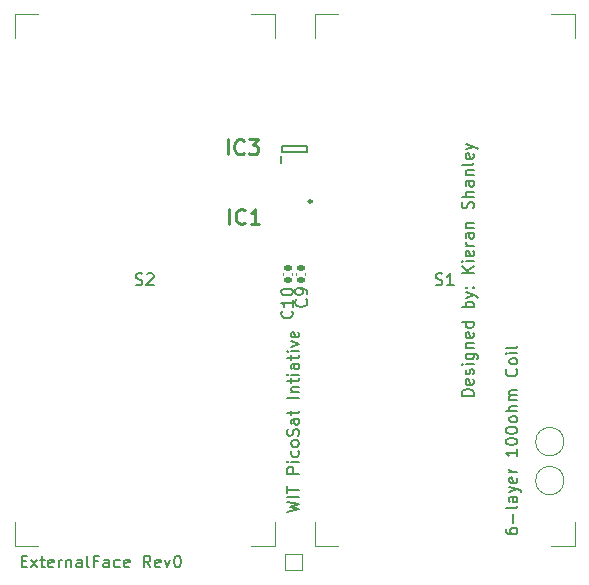
<source format=gto>
G04 #@! TF.GenerationSoftware,KiCad,Pcbnew,(6.0.1)*
G04 #@! TF.CreationDate,2023-05-09T20:22:02-04:00*
G04 #@! TF.ProjectId,ExternalFaces,45787465-726e-4616-9c46-616365732e6b,rev?*
G04 #@! TF.SameCoordinates,Original*
G04 #@! TF.FileFunction,Legend,Top*
G04 #@! TF.FilePolarity,Positive*
%FSLAX46Y46*%
G04 Gerber Fmt 4.6, Leading zero omitted, Abs format (unit mm)*
G04 Created by KiCad (PCBNEW (6.0.1)) date 2023-05-09 20:22:02*
%MOMM*%
%LPD*%
G01*
G04 APERTURE LIST*
G04 Aperture macros list*
%AMRoundRect*
0 Rectangle with rounded corners*
0 $1 Rounding radius*
0 $2 $3 $4 $5 $6 $7 $8 $9 X,Y pos of 4 corners*
0 Add a 4 corners polygon primitive as box body*
4,1,4,$2,$3,$4,$5,$6,$7,$8,$9,$2,$3,0*
0 Add four circle primitives for the rounded corners*
1,1,$1+$1,$2,$3*
1,1,$1+$1,$4,$5*
1,1,$1+$1,$6,$7*
1,1,$1+$1,$8,$9*
0 Add four rect primitives between the rounded corners*
20,1,$1+$1,$2,$3,$4,$5,0*
20,1,$1+$1,$4,$5,$6,$7,0*
20,1,$1+$1,$6,$7,$8,$9,0*
20,1,$1+$1,$8,$9,$2,$3,0*%
G04 Aperture macros list end*
%ADD10C,0.150000*%
%ADD11C,0.254000*%
%ADD12C,0.250000*%
%ADD13C,0.120000*%
%ADD14C,0.200000*%
%ADD15R,0.350000X0.600000*%
%ADD16R,1.700000X1.100000*%
%ADD17RoundRect,0.140000X0.170000X-0.140000X0.170000X0.140000X-0.170000X0.140000X-0.170000X-0.140000X0*%
%ADD18R,0.300000X0.620000*%
%ADD19C,3.500000*%
%ADD20R,1.000000X1.000000*%
%ADD21C,2.000000*%
%ADD22R,0.850000X0.850000*%
%ADD23O,0.850000X0.850000*%
G04 APERTURE END LIST*
D10*
X129752380Y-115142857D02*
X130752380Y-114904761D01*
X130038095Y-114714285D01*
X130752380Y-114523809D01*
X129752380Y-114285714D01*
X130752380Y-113904761D02*
X129752380Y-113904761D01*
X129752380Y-113571428D02*
X129752380Y-113000000D01*
X130752380Y-113285714D02*
X129752380Y-113285714D01*
X130752380Y-111904761D02*
X129752380Y-111904761D01*
X129752380Y-111523809D01*
X129800000Y-111428571D01*
X129847619Y-111380952D01*
X129942857Y-111333333D01*
X130085714Y-111333333D01*
X130180952Y-111380952D01*
X130228571Y-111428571D01*
X130276190Y-111523809D01*
X130276190Y-111904761D01*
X130752380Y-110904761D02*
X130085714Y-110904761D01*
X129752380Y-110904761D02*
X129800000Y-110952380D01*
X129847619Y-110904761D01*
X129800000Y-110857142D01*
X129752380Y-110904761D01*
X129847619Y-110904761D01*
X130704761Y-110000000D02*
X130752380Y-110095238D01*
X130752380Y-110285714D01*
X130704761Y-110380952D01*
X130657142Y-110428571D01*
X130561904Y-110476190D01*
X130276190Y-110476190D01*
X130180952Y-110428571D01*
X130133333Y-110380952D01*
X130085714Y-110285714D01*
X130085714Y-110095238D01*
X130133333Y-110000000D01*
X130752380Y-109428571D02*
X130704761Y-109523809D01*
X130657142Y-109571428D01*
X130561904Y-109619047D01*
X130276190Y-109619047D01*
X130180952Y-109571428D01*
X130133333Y-109523809D01*
X130085714Y-109428571D01*
X130085714Y-109285714D01*
X130133333Y-109190476D01*
X130180952Y-109142857D01*
X130276190Y-109095238D01*
X130561904Y-109095238D01*
X130657142Y-109142857D01*
X130704761Y-109190476D01*
X130752380Y-109285714D01*
X130752380Y-109428571D01*
X130704761Y-108714285D02*
X130752380Y-108571428D01*
X130752380Y-108333333D01*
X130704761Y-108238095D01*
X130657142Y-108190476D01*
X130561904Y-108142857D01*
X130466666Y-108142857D01*
X130371428Y-108190476D01*
X130323809Y-108238095D01*
X130276190Y-108333333D01*
X130228571Y-108523809D01*
X130180952Y-108619047D01*
X130133333Y-108666666D01*
X130038095Y-108714285D01*
X129942857Y-108714285D01*
X129847619Y-108666666D01*
X129800000Y-108619047D01*
X129752380Y-108523809D01*
X129752380Y-108285714D01*
X129800000Y-108142857D01*
X130752380Y-107285714D02*
X130228571Y-107285714D01*
X130133333Y-107333333D01*
X130085714Y-107428571D01*
X130085714Y-107619047D01*
X130133333Y-107714285D01*
X130704761Y-107285714D02*
X130752380Y-107380952D01*
X130752380Y-107619047D01*
X130704761Y-107714285D01*
X130609523Y-107761904D01*
X130514285Y-107761904D01*
X130419047Y-107714285D01*
X130371428Y-107619047D01*
X130371428Y-107380952D01*
X130323809Y-107285714D01*
X130085714Y-106952380D02*
X130085714Y-106571428D01*
X129752380Y-106809523D02*
X130609523Y-106809523D01*
X130704761Y-106761904D01*
X130752380Y-106666666D01*
X130752380Y-106571428D01*
X130752380Y-105476190D02*
X129752380Y-105476190D01*
X130085714Y-105000000D02*
X130752380Y-105000000D01*
X130180952Y-105000000D02*
X130133333Y-104952380D01*
X130085714Y-104857142D01*
X130085714Y-104714285D01*
X130133333Y-104619047D01*
X130228571Y-104571428D01*
X130752380Y-104571428D01*
X130085714Y-104238095D02*
X130085714Y-103857142D01*
X129752380Y-104095238D02*
X130609523Y-104095238D01*
X130704761Y-104047619D01*
X130752380Y-103952380D01*
X130752380Y-103857142D01*
X130752380Y-103523809D02*
X130085714Y-103523809D01*
X129752380Y-103523809D02*
X129800000Y-103571428D01*
X129847619Y-103523809D01*
X129800000Y-103476190D01*
X129752380Y-103523809D01*
X129847619Y-103523809D01*
X130752380Y-102619047D02*
X130228571Y-102619047D01*
X130133333Y-102666666D01*
X130085714Y-102761904D01*
X130085714Y-102952380D01*
X130133333Y-103047619D01*
X130704761Y-102619047D02*
X130752380Y-102714285D01*
X130752380Y-102952380D01*
X130704761Y-103047619D01*
X130609523Y-103095238D01*
X130514285Y-103095238D01*
X130419047Y-103047619D01*
X130371428Y-102952380D01*
X130371428Y-102714285D01*
X130323809Y-102619047D01*
X130085714Y-102285714D02*
X130085714Y-101904761D01*
X129752380Y-102142857D02*
X130609523Y-102142857D01*
X130704761Y-102095238D01*
X130752380Y-102000000D01*
X130752380Y-101904761D01*
X130752380Y-101571428D02*
X130085714Y-101571428D01*
X129752380Y-101571428D02*
X129800000Y-101619047D01*
X129847619Y-101571428D01*
X129800000Y-101523809D01*
X129752380Y-101571428D01*
X129847619Y-101571428D01*
X130085714Y-101190476D02*
X130752380Y-100952380D01*
X130085714Y-100714285D01*
X130704761Y-99952380D02*
X130752380Y-100047619D01*
X130752380Y-100238095D01*
X130704761Y-100333333D01*
X130609523Y-100380952D01*
X130228571Y-100380952D01*
X130133333Y-100333333D01*
X130085714Y-100238095D01*
X130085714Y-100047619D01*
X130133333Y-99952380D01*
X130228571Y-99904761D01*
X130323809Y-99904761D01*
X130419047Y-100380952D01*
X145552380Y-105319047D02*
X144552380Y-105319047D01*
X144552380Y-105080952D01*
X144600000Y-104938095D01*
X144695238Y-104842857D01*
X144790476Y-104795238D01*
X144980952Y-104747619D01*
X145123809Y-104747619D01*
X145314285Y-104795238D01*
X145409523Y-104842857D01*
X145504761Y-104938095D01*
X145552380Y-105080952D01*
X145552380Y-105319047D01*
X145504761Y-103938095D02*
X145552380Y-104033333D01*
X145552380Y-104223809D01*
X145504761Y-104319047D01*
X145409523Y-104366666D01*
X145028571Y-104366666D01*
X144933333Y-104319047D01*
X144885714Y-104223809D01*
X144885714Y-104033333D01*
X144933333Y-103938095D01*
X145028571Y-103890476D01*
X145123809Y-103890476D01*
X145219047Y-104366666D01*
X145504761Y-103509523D02*
X145552380Y-103414285D01*
X145552380Y-103223809D01*
X145504761Y-103128571D01*
X145409523Y-103080952D01*
X145361904Y-103080952D01*
X145266666Y-103128571D01*
X145219047Y-103223809D01*
X145219047Y-103366666D01*
X145171428Y-103461904D01*
X145076190Y-103509523D01*
X145028571Y-103509523D01*
X144933333Y-103461904D01*
X144885714Y-103366666D01*
X144885714Y-103223809D01*
X144933333Y-103128571D01*
X145552380Y-102652380D02*
X144885714Y-102652380D01*
X144552380Y-102652380D02*
X144600000Y-102700000D01*
X144647619Y-102652380D01*
X144600000Y-102604761D01*
X144552380Y-102652380D01*
X144647619Y-102652380D01*
X144885714Y-101747619D02*
X145695238Y-101747619D01*
X145790476Y-101795238D01*
X145838095Y-101842857D01*
X145885714Y-101938095D01*
X145885714Y-102080952D01*
X145838095Y-102176190D01*
X145504761Y-101747619D02*
X145552380Y-101842857D01*
X145552380Y-102033333D01*
X145504761Y-102128571D01*
X145457142Y-102176190D01*
X145361904Y-102223809D01*
X145076190Y-102223809D01*
X144980952Y-102176190D01*
X144933333Y-102128571D01*
X144885714Y-102033333D01*
X144885714Y-101842857D01*
X144933333Y-101747619D01*
X144885714Y-101271428D02*
X145552380Y-101271428D01*
X144980952Y-101271428D02*
X144933333Y-101223809D01*
X144885714Y-101128571D01*
X144885714Y-100985714D01*
X144933333Y-100890476D01*
X145028571Y-100842857D01*
X145552380Y-100842857D01*
X145504761Y-99985714D02*
X145552380Y-100080952D01*
X145552380Y-100271428D01*
X145504761Y-100366666D01*
X145409523Y-100414285D01*
X145028571Y-100414285D01*
X144933333Y-100366666D01*
X144885714Y-100271428D01*
X144885714Y-100080952D01*
X144933333Y-99985714D01*
X145028571Y-99938095D01*
X145123809Y-99938095D01*
X145219047Y-100414285D01*
X145552380Y-99080952D02*
X144552380Y-99080952D01*
X145504761Y-99080952D02*
X145552380Y-99176190D01*
X145552380Y-99366666D01*
X145504761Y-99461904D01*
X145457142Y-99509523D01*
X145361904Y-99557142D01*
X145076190Y-99557142D01*
X144980952Y-99509523D01*
X144933333Y-99461904D01*
X144885714Y-99366666D01*
X144885714Y-99176190D01*
X144933333Y-99080952D01*
X145552380Y-97842857D02*
X144552380Y-97842857D01*
X144933333Y-97842857D02*
X144885714Y-97747619D01*
X144885714Y-97557142D01*
X144933333Y-97461904D01*
X144980952Y-97414285D01*
X145076190Y-97366666D01*
X145361904Y-97366666D01*
X145457142Y-97414285D01*
X145504761Y-97461904D01*
X145552380Y-97557142D01*
X145552380Y-97747619D01*
X145504761Y-97842857D01*
X144885714Y-97033333D02*
X145552380Y-96795238D01*
X144885714Y-96557142D02*
X145552380Y-96795238D01*
X145790476Y-96890476D01*
X145838095Y-96938095D01*
X145885714Y-97033333D01*
X145457142Y-96176190D02*
X145504761Y-96128571D01*
X145552380Y-96176190D01*
X145504761Y-96223809D01*
X145457142Y-96176190D01*
X145552380Y-96176190D01*
X144933333Y-96176190D02*
X144980952Y-96128571D01*
X145028571Y-96176190D01*
X144980952Y-96223809D01*
X144933333Y-96176190D01*
X145028571Y-96176190D01*
X145552380Y-94938095D02*
X144552380Y-94938095D01*
X145552380Y-94366666D02*
X144980952Y-94795238D01*
X144552380Y-94366666D02*
X145123809Y-94938095D01*
X145552380Y-93938095D02*
X144885714Y-93938095D01*
X144552380Y-93938095D02*
X144600000Y-93985714D01*
X144647619Y-93938095D01*
X144600000Y-93890476D01*
X144552380Y-93938095D01*
X144647619Y-93938095D01*
X145504761Y-93080952D02*
X145552380Y-93176190D01*
X145552380Y-93366666D01*
X145504761Y-93461904D01*
X145409523Y-93509523D01*
X145028571Y-93509523D01*
X144933333Y-93461904D01*
X144885714Y-93366666D01*
X144885714Y-93176190D01*
X144933333Y-93080952D01*
X145028571Y-93033333D01*
X145123809Y-93033333D01*
X145219047Y-93509523D01*
X145552380Y-92604761D02*
X144885714Y-92604761D01*
X145076190Y-92604761D02*
X144980952Y-92557142D01*
X144933333Y-92509523D01*
X144885714Y-92414285D01*
X144885714Y-92319047D01*
X145552380Y-91557142D02*
X145028571Y-91557142D01*
X144933333Y-91604761D01*
X144885714Y-91700000D01*
X144885714Y-91890476D01*
X144933333Y-91985714D01*
X145504761Y-91557142D02*
X145552380Y-91652380D01*
X145552380Y-91890476D01*
X145504761Y-91985714D01*
X145409523Y-92033333D01*
X145314285Y-92033333D01*
X145219047Y-91985714D01*
X145171428Y-91890476D01*
X145171428Y-91652380D01*
X145123809Y-91557142D01*
X144885714Y-91080952D02*
X145552380Y-91080952D01*
X144980952Y-91080952D02*
X144933333Y-91033333D01*
X144885714Y-90938095D01*
X144885714Y-90795238D01*
X144933333Y-90700000D01*
X145028571Y-90652380D01*
X145552380Y-90652380D01*
X145504761Y-89461904D02*
X145552380Y-89319047D01*
X145552380Y-89080952D01*
X145504761Y-88985714D01*
X145457142Y-88938095D01*
X145361904Y-88890476D01*
X145266666Y-88890476D01*
X145171428Y-88938095D01*
X145123809Y-88985714D01*
X145076190Y-89080952D01*
X145028571Y-89271428D01*
X144980952Y-89366666D01*
X144933333Y-89414285D01*
X144838095Y-89461904D01*
X144742857Y-89461904D01*
X144647619Y-89414285D01*
X144600000Y-89366666D01*
X144552380Y-89271428D01*
X144552380Y-89033333D01*
X144600000Y-88890476D01*
X145552380Y-88461904D02*
X144552380Y-88461904D01*
X145552380Y-88033333D02*
X145028571Y-88033333D01*
X144933333Y-88080952D01*
X144885714Y-88176190D01*
X144885714Y-88319047D01*
X144933333Y-88414285D01*
X144980952Y-88461904D01*
X145552380Y-87128571D02*
X145028571Y-87128571D01*
X144933333Y-87176190D01*
X144885714Y-87271428D01*
X144885714Y-87461904D01*
X144933333Y-87557142D01*
X145504761Y-87128571D02*
X145552380Y-87223809D01*
X145552380Y-87461904D01*
X145504761Y-87557142D01*
X145409523Y-87604761D01*
X145314285Y-87604761D01*
X145219047Y-87557142D01*
X145171428Y-87461904D01*
X145171428Y-87223809D01*
X145123809Y-87128571D01*
X144885714Y-86652380D02*
X145552380Y-86652380D01*
X144980952Y-86652380D02*
X144933333Y-86604761D01*
X144885714Y-86509523D01*
X144885714Y-86366666D01*
X144933333Y-86271428D01*
X145028571Y-86223809D01*
X145552380Y-86223809D01*
X145552380Y-85604761D02*
X145504761Y-85700000D01*
X145409523Y-85747619D01*
X144552380Y-85747619D01*
X145504761Y-84842857D02*
X145552380Y-84938095D01*
X145552380Y-85128571D01*
X145504761Y-85223809D01*
X145409523Y-85271428D01*
X145028571Y-85271428D01*
X144933333Y-85223809D01*
X144885714Y-85128571D01*
X144885714Y-84938095D01*
X144933333Y-84842857D01*
X145028571Y-84795238D01*
X145123809Y-84795238D01*
X145219047Y-85271428D01*
X144885714Y-84461904D02*
X145552380Y-84223809D01*
X144885714Y-83985714D02*
X145552380Y-84223809D01*
X145790476Y-84319047D01*
X145838095Y-84366666D01*
X145885714Y-84461904D01*
X107285714Y-119328571D02*
X107619047Y-119328571D01*
X107761904Y-119852380D02*
X107285714Y-119852380D01*
X107285714Y-118852380D01*
X107761904Y-118852380D01*
X108095238Y-119852380D02*
X108619047Y-119185714D01*
X108095238Y-119185714D02*
X108619047Y-119852380D01*
X108857142Y-119185714D02*
X109238095Y-119185714D01*
X109000000Y-118852380D02*
X109000000Y-119709523D01*
X109047619Y-119804761D01*
X109142857Y-119852380D01*
X109238095Y-119852380D01*
X109952380Y-119804761D02*
X109857142Y-119852380D01*
X109666666Y-119852380D01*
X109571428Y-119804761D01*
X109523809Y-119709523D01*
X109523809Y-119328571D01*
X109571428Y-119233333D01*
X109666666Y-119185714D01*
X109857142Y-119185714D01*
X109952380Y-119233333D01*
X110000000Y-119328571D01*
X110000000Y-119423809D01*
X109523809Y-119519047D01*
X110428571Y-119852380D02*
X110428571Y-119185714D01*
X110428571Y-119376190D02*
X110476190Y-119280952D01*
X110523809Y-119233333D01*
X110619047Y-119185714D01*
X110714285Y-119185714D01*
X111047619Y-119185714D02*
X111047619Y-119852380D01*
X111047619Y-119280952D02*
X111095238Y-119233333D01*
X111190476Y-119185714D01*
X111333333Y-119185714D01*
X111428571Y-119233333D01*
X111476190Y-119328571D01*
X111476190Y-119852380D01*
X112380952Y-119852380D02*
X112380952Y-119328571D01*
X112333333Y-119233333D01*
X112238095Y-119185714D01*
X112047619Y-119185714D01*
X111952380Y-119233333D01*
X112380952Y-119804761D02*
X112285714Y-119852380D01*
X112047619Y-119852380D01*
X111952380Y-119804761D01*
X111904761Y-119709523D01*
X111904761Y-119614285D01*
X111952380Y-119519047D01*
X112047619Y-119471428D01*
X112285714Y-119471428D01*
X112380952Y-119423809D01*
X113000000Y-119852380D02*
X112904761Y-119804761D01*
X112857142Y-119709523D01*
X112857142Y-118852380D01*
X113714285Y-119328571D02*
X113380952Y-119328571D01*
X113380952Y-119852380D02*
X113380952Y-118852380D01*
X113857142Y-118852380D01*
X114666666Y-119852380D02*
X114666666Y-119328571D01*
X114619047Y-119233333D01*
X114523809Y-119185714D01*
X114333333Y-119185714D01*
X114238095Y-119233333D01*
X114666666Y-119804761D02*
X114571428Y-119852380D01*
X114333333Y-119852380D01*
X114238095Y-119804761D01*
X114190476Y-119709523D01*
X114190476Y-119614285D01*
X114238095Y-119519047D01*
X114333333Y-119471428D01*
X114571428Y-119471428D01*
X114666666Y-119423809D01*
X115571428Y-119804761D02*
X115476190Y-119852380D01*
X115285714Y-119852380D01*
X115190476Y-119804761D01*
X115142857Y-119757142D01*
X115095238Y-119661904D01*
X115095238Y-119376190D01*
X115142857Y-119280952D01*
X115190476Y-119233333D01*
X115285714Y-119185714D01*
X115476190Y-119185714D01*
X115571428Y-119233333D01*
X116380952Y-119804761D02*
X116285714Y-119852380D01*
X116095238Y-119852380D01*
X116000000Y-119804761D01*
X115952380Y-119709523D01*
X115952380Y-119328571D01*
X116000000Y-119233333D01*
X116095238Y-119185714D01*
X116285714Y-119185714D01*
X116380952Y-119233333D01*
X116428571Y-119328571D01*
X116428571Y-119423809D01*
X115952380Y-119519047D01*
X118190476Y-119852380D02*
X117857142Y-119376190D01*
X117619047Y-119852380D02*
X117619047Y-118852380D01*
X118000000Y-118852380D01*
X118095238Y-118900000D01*
X118142857Y-118947619D01*
X118190476Y-119042857D01*
X118190476Y-119185714D01*
X118142857Y-119280952D01*
X118095238Y-119328571D01*
X118000000Y-119376190D01*
X117619047Y-119376190D01*
X119000000Y-119804761D02*
X118904761Y-119852380D01*
X118714285Y-119852380D01*
X118619047Y-119804761D01*
X118571428Y-119709523D01*
X118571428Y-119328571D01*
X118619047Y-119233333D01*
X118714285Y-119185714D01*
X118904761Y-119185714D01*
X119000000Y-119233333D01*
X119047619Y-119328571D01*
X119047619Y-119423809D01*
X118571428Y-119519047D01*
X119380952Y-119185714D02*
X119619047Y-119852380D01*
X119857142Y-119185714D01*
X120428571Y-118852380D02*
X120523809Y-118852380D01*
X120619047Y-118900000D01*
X120666666Y-118947619D01*
X120714285Y-119042857D01*
X120761904Y-119233333D01*
X120761904Y-119471428D01*
X120714285Y-119661904D01*
X120666666Y-119757142D01*
X120619047Y-119804761D01*
X120523809Y-119852380D01*
X120428571Y-119852380D01*
X120333333Y-119804761D01*
X120285714Y-119757142D01*
X120238095Y-119661904D01*
X120190476Y-119471428D01*
X120190476Y-119233333D01*
X120238095Y-119042857D01*
X120285714Y-118947619D01*
X120333333Y-118900000D01*
X120428571Y-118852380D01*
X148252380Y-116576190D02*
X148252380Y-116766666D01*
X148300000Y-116861904D01*
X148347619Y-116909523D01*
X148490476Y-117004761D01*
X148680952Y-117052380D01*
X149061904Y-117052380D01*
X149157142Y-117004761D01*
X149204761Y-116957142D01*
X149252380Y-116861904D01*
X149252380Y-116671428D01*
X149204761Y-116576190D01*
X149157142Y-116528571D01*
X149061904Y-116480952D01*
X148823809Y-116480952D01*
X148728571Y-116528571D01*
X148680952Y-116576190D01*
X148633333Y-116671428D01*
X148633333Y-116861904D01*
X148680952Y-116957142D01*
X148728571Y-117004761D01*
X148823809Y-117052380D01*
X148871428Y-116052380D02*
X148871428Y-115290476D01*
X149252380Y-114671428D02*
X149204761Y-114766666D01*
X149109523Y-114814285D01*
X148252380Y-114814285D01*
X149252380Y-113861904D02*
X148728571Y-113861904D01*
X148633333Y-113909523D01*
X148585714Y-114004761D01*
X148585714Y-114195238D01*
X148633333Y-114290476D01*
X149204761Y-113861904D02*
X149252380Y-113957142D01*
X149252380Y-114195238D01*
X149204761Y-114290476D01*
X149109523Y-114338095D01*
X149014285Y-114338095D01*
X148919047Y-114290476D01*
X148871428Y-114195238D01*
X148871428Y-113957142D01*
X148823809Y-113861904D01*
X148585714Y-113480952D02*
X149252380Y-113242857D01*
X148585714Y-113004761D02*
X149252380Y-113242857D01*
X149490476Y-113338095D01*
X149538095Y-113385714D01*
X149585714Y-113480952D01*
X149204761Y-112242857D02*
X149252380Y-112338095D01*
X149252380Y-112528571D01*
X149204761Y-112623809D01*
X149109523Y-112671428D01*
X148728571Y-112671428D01*
X148633333Y-112623809D01*
X148585714Y-112528571D01*
X148585714Y-112338095D01*
X148633333Y-112242857D01*
X148728571Y-112195238D01*
X148823809Y-112195238D01*
X148919047Y-112671428D01*
X149252380Y-111766666D02*
X148585714Y-111766666D01*
X148776190Y-111766666D02*
X148680952Y-111719047D01*
X148633333Y-111671428D01*
X148585714Y-111576190D01*
X148585714Y-111480952D01*
X149252380Y-109861904D02*
X149252380Y-110433333D01*
X149252380Y-110147619D02*
X148252380Y-110147619D01*
X148395238Y-110242857D01*
X148490476Y-110338095D01*
X148538095Y-110433333D01*
X148252380Y-109242857D02*
X148252380Y-109147619D01*
X148300000Y-109052380D01*
X148347619Y-109004761D01*
X148442857Y-108957142D01*
X148633333Y-108909523D01*
X148871428Y-108909523D01*
X149061904Y-108957142D01*
X149157142Y-109004761D01*
X149204761Y-109052380D01*
X149252380Y-109147619D01*
X149252380Y-109242857D01*
X149204761Y-109338095D01*
X149157142Y-109385714D01*
X149061904Y-109433333D01*
X148871428Y-109480952D01*
X148633333Y-109480952D01*
X148442857Y-109433333D01*
X148347619Y-109385714D01*
X148300000Y-109338095D01*
X148252380Y-109242857D01*
X148252380Y-108290476D02*
X148252380Y-108195238D01*
X148300000Y-108100000D01*
X148347619Y-108052380D01*
X148442857Y-108004761D01*
X148633333Y-107957142D01*
X148871428Y-107957142D01*
X149061904Y-108004761D01*
X149157142Y-108052380D01*
X149204761Y-108100000D01*
X149252380Y-108195238D01*
X149252380Y-108290476D01*
X149204761Y-108385714D01*
X149157142Y-108433333D01*
X149061904Y-108480952D01*
X148871428Y-108528571D01*
X148633333Y-108528571D01*
X148442857Y-108480952D01*
X148347619Y-108433333D01*
X148300000Y-108385714D01*
X148252380Y-108290476D01*
X149252380Y-107385714D02*
X149204761Y-107480952D01*
X149157142Y-107528571D01*
X149061904Y-107576190D01*
X148776190Y-107576190D01*
X148680952Y-107528571D01*
X148633333Y-107480952D01*
X148585714Y-107385714D01*
X148585714Y-107242857D01*
X148633333Y-107147619D01*
X148680952Y-107100000D01*
X148776190Y-107052380D01*
X149061904Y-107052380D01*
X149157142Y-107100000D01*
X149204761Y-107147619D01*
X149252380Y-107242857D01*
X149252380Y-107385714D01*
X149252380Y-106623809D02*
X148252380Y-106623809D01*
X149252380Y-106195238D02*
X148728571Y-106195238D01*
X148633333Y-106242857D01*
X148585714Y-106338095D01*
X148585714Y-106480952D01*
X148633333Y-106576190D01*
X148680952Y-106623809D01*
X149252380Y-105719047D02*
X148585714Y-105719047D01*
X148680952Y-105719047D02*
X148633333Y-105671428D01*
X148585714Y-105576190D01*
X148585714Y-105433333D01*
X148633333Y-105338095D01*
X148728571Y-105290476D01*
X149252380Y-105290476D01*
X148728571Y-105290476D02*
X148633333Y-105242857D01*
X148585714Y-105147619D01*
X148585714Y-105004761D01*
X148633333Y-104909523D01*
X148728571Y-104861904D01*
X149252380Y-104861904D01*
X149157142Y-103052380D02*
X149204761Y-103100000D01*
X149252380Y-103242857D01*
X149252380Y-103338095D01*
X149204761Y-103480952D01*
X149109523Y-103576190D01*
X149014285Y-103623809D01*
X148823809Y-103671428D01*
X148680952Y-103671428D01*
X148490476Y-103623809D01*
X148395238Y-103576190D01*
X148300000Y-103480952D01*
X148252380Y-103338095D01*
X148252380Y-103242857D01*
X148300000Y-103100000D01*
X148347619Y-103052380D01*
X149252380Y-102480952D02*
X149204761Y-102576190D01*
X149157142Y-102623809D01*
X149061904Y-102671428D01*
X148776190Y-102671428D01*
X148680952Y-102623809D01*
X148633333Y-102576190D01*
X148585714Y-102480952D01*
X148585714Y-102338095D01*
X148633333Y-102242857D01*
X148680952Y-102195238D01*
X148776190Y-102147619D01*
X149061904Y-102147619D01*
X149157142Y-102195238D01*
X149204761Y-102242857D01*
X149252380Y-102338095D01*
X149252380Y-102480952D01*
X149252380Y-101719047D02*
X148585714Y-101719047D01*
X148252380Y-101719047D02*
X148300000Y-101766666D01*
X148347619Y-101719047D01*
X148300000Y-101671428D01*
X148252380Y-101719047D01*
X148347619Y-101719047D01*
X149252380Y-101100000D02*
X149204761Y-101195238D01*
X149109523Y-101242857D01*
X148252380Y-101242857D01*
D11*
X124860238Y-90774523D02*
X124860238Y-89504523D01*
X126190714Y-90653571D02*
X126130238Y-90714047D01*
X125948809Y-90774523D01*
X125827857Y-90774523D01*
X125646428Y-90714047D01*
X125525476Y-90593095D01*
X125465000Y-90472142D01*
X125404523Y-90230238D01*
X125404523Y-90048809D01*
X125465000Y-89806904D01*
X125525476Y-89685952D01*
X125646428Y-89565000D01*
X125827857Y-89504523D01*
X125948809Y-89504523D01*
X126130238Y-89565000D01*
X126190714Y-89625476D01*
X127400238Y-90774523D02*
X126674523Y-90774523D01*
X127037380Y-90774523D02*
X127037380Y-89504523D01*
X126916428Y-89685952D01*
X126795476Y-89806904D01*
X126674523Y-89867380D01*
D10*
X131357142Y-97166666D02*
X131404761Y-97214285D01*
X131452380Y-97357142D01*
X131452380Y-97452380D01*
X131404761Y-97595238D01*
X131309523Y-97690476D01*
X131214285Y-97738095D01*
X131023809Y-97785714D01*
X130880952Y-97785714D01*
X130690476Y-97738095D01*
X130595238Y-97690476D01*
X130500000Y-97595238D01*
X130452380Y-97452380D01*
X130452380Y-97357142D01*
X130500000Y-97214285D01*
X130547619Y-97166666D01*
X131452380Y-96690476D02*
X131452380Y-96500000D01*
X131404761Y-96404761D01*
X131357142Y-96357142D01*
X131214285Y-96261904D01*
X131023809Y-96214285D01*
X130642857Y-96214285D01*
X130547619Y-96261904D01*
X130500000Y-96309523D01*
X130452380Y-96404761D01*
X130452380Y-96595238D01*
X130500000Y-96690476D01*
X130547619Y-96738095D01*
X130642857Y-96785714D01*
X130880952Y-96785714D01*
X130976190Y-96738095D01*
X131023809Y-96690476D01*
X131071428Y-96595238D01*
X131071428Y-96404761D01*
X131023809Y-96309523D01*
X130976190Y-96261904D01*
X130880952Y-96214285D01*
D11*
X124760238Y-84874523D02*
X124760238Y-83604523D01*
X126090714Y-84753571D02*
X126030238Y-84814047D01*
X125848809Y-84874523D01*
X125727857Y-84874523D01*
X125546428Y-84814047D01*
X125425476Y-84693095D01*
X125365000Y-84572142D01*
X125304523Y-84330238D01*
X125304523Y-84148809D01*
X125365000Y-83906904D01*
X125425476Y-83785952D01*
X125546428Y-83665000D01*
X125727857Y-83604523D01*
X125848809Y-83604523D01*
X126030238Y-83665000D01*
X126090714Y-83725476D01*
X126514047Y-83604523D02*
X127300238Y-83604523D01*
X126876904Y-84088333D01*
X127058333Y-84088333D01*
X127179285Y-84148809D01*
X127239761Y-84209285D01*
X127300238Y-84330238D01*
X127300238Y-84632619D01*
X127239761Y-84753571D01*
X127179285Y-84814047D01*
X127058333Y-84874523D01*
X126695476Y-84874523D01*
X126574523Y-84814047D01*
X126514047Y-84753571D01*
D10*
X116938095Y-95904761D02*
X117080952Y-95952380D01*
X117319047Y-95952380D01*
X117414285Y-95904761D01*
X117461904Y-95857142D01*
X117509523Y-95761904D01*
X117509523Y-95666666D01*
X117461904Y-95571428D01*
X117414285Y-95523809D01*
X117319047Y-95476190D01*
X117128571Y-95428571D01*
X117033333Y-95380952D01*
X116985714Y-95333333D01*
X116938095Y-95238095D01*
X116938095Y-95142857D01*
X116985714Y-95047619D01*
X117033333Y-95000000D01*
X117128571Y-94952380D01*
X117366666Y-94952380D01*
X117509523Y-95000000D01*
X117890476Y-95047619D02*
X117938095Y-95000000D01*
X118033333Y-94952380D01*
X118271428Y-94952380D01*
X118366666Y-95000000D01*
X118414285Y-95047619D01*
X118461904Y-95142857D01*
X118461904Y-95238095D01*
X118414285Y-95380952D01*
X117842857Y-95952380D01*
X118461904Y-95952380D01*
X130157142Y-98142857D02*
X130204761Y-98190476D01*
X130252380Y-98333333D01*
X130252380Y-98428571D01*
X130204761Y-98571428D01*
X130109523Y-98666666D01*
X130014285Y-98714285D01*
X129823809Y-98761904D01*
X129680952Y-98761904D01*
X129490476Y-98714285D01*
X129395238Y-98666666D01*
X129300000Y-98571428D01*
X129252380Y-98428571D01*
X129252380Y-98333333D01*
X129300000Y-98190476D01*
X129347619Y-98142857D01*
X130252380Y-97190476D02*
X130252380Y-97761904D01*
X130252380Y-97476190D02*
X129252380Y-97476190D01*
X129395238Y-97571428D01*
X129490476Y-97666666D01*
X129538095Y-97761904D01*
X129252380Y-96571428D02*
X129252380Y-96476190D01*
X129300000Y-96380952D01*
X129347619Y-96333333D01*
X129442857Y-96285714D01*
X129633333Y-96238095D01*
X129871428Y-96238095D01*
X130061904Y-96285714D01*
X130157142Y-96333333D01*
X130204761Y-96380952D01*
X130252380Y-96476190D01*
X130252380Y-96571428D01*
X130204761Y-96666666D01*
X130157142Y-96714285D01*
X130061904Y-96761904D01*
X129871428Y-96809523D01*
X129633333Y-96809523D01*
X129442857Y-96761904D01*
X129347619Y-96714285D01*
X129300000Y-96666666D01*
X129252380Y-96571428D01*
X142338095Y-95904761D02*
X142480952Y-95952380D01*
X142719047Y-95952380D01*
X142814285Y-95904761D01*
X142861904Y-95857142D01*
X142909523Y-95761904D01*
X142909523Y-95666666D01*
X142861904Y-95571428D01*
X142814285Y-95523809D01*
X142719047Y-95476190D01*
X142528571Y-95428571D01*
X142433333Y-95380952D01*
X142385714Y-95333333D01*
X142338095Y-95238095D01*
X142338095Y-95142857D01*
X142385714Y-95047619D01*
X142433333Y-95000000D01*
X142528571Y-94952380D01*
X142766666Y-94952380D01*
X142909523Y-95000000D01*
X143861904Y-95952380D02*
X143290476Y-95952380D01*
X143576190Y-95952380D02*
X143576190Y-94952380D01*
X143480952Y-95095238D01*
X143385714Y-95190476D01*
X143290476Y-95238095D01*
D12*
X131850000Y-88850000D02*
G75*
G03*
X131850000Y-88850000I-125000J0D01*
G01*
D13*
X131260000Y-95107836D02*
X131260000Y-94892164D01*
X130540000Y-95107836D02*
X130540000Y-94892164D01*
D14*
X129350000Y-84650000D02*
X129350000Y-84150000D01*
X131450000Y-84150000D02*
X131450000Y-84650000D01*
X129350000Y-84150000D02*
X131450000Y-84150000D01*
X129250000Y-85620000D02*
X129250000Y-85000000D01*
X131450000Y-84650000D02*
X129350000Y-84650000D01*
D13*
X106700000Y-118000000D02*
X108700000Y-118000000D01*
X128700000Y-118000000D02*
X126700000Y-118000000D01*
X106700000Y-73000000D02*
X108700000Y-73000000D01*
X106700000Y-73000000D02*
X106700000Y-75000000D01*
X128700000Y-73000000D02*
X126700000Y-73000000D01*
X128700000Y-73000000D02*
X128700000Y-75000000D01*
X128700000Y-118000000D02*
X128700000Y-116000000D01*
X106700000Y-118000000D02*
X106700000Y-116000000D01*
X131000000Y-120100000D02*
X129600000Y-120100000D01*
X131000000Y-118700000D02*
X131000000Y-120100000D01*
X129600000Y-120100000D02*
X129600000Y-118700000D01*
X129600000Y-118700000D02*
X131000000Y-118700000D01*
X129440000Y-95107836D02*
X129440000Y-94892164D01*
X130160000Y-95107836D02*
X130160000Y-94892164D01*
X132100000Y-118000000D02*
X132100000Y-116000000D01*
X132100000Y-118000000D02*
X134100000Y-118000000D01*
X154100000Y-118000000D02*
X152100000Y-118000000D01*
X154100000Y-73000000D02*
X154100000Y-75000000D01*
X132100000Y-73000000D02*
X132100000Y-75000000D01*
X154100000Y-118000000D02*
X154100000Y-116000000D01*
X132100000Y-73000000D02*
X134100000Y-73000000D01*
X154100000Y-73000000D02*
X152100000Y-73000000D01*
X153200000Y-112500000D02*
G75*
G03*
X153200000Y-112500000I-1200000J0D01*
G01*
X153200000Y-109200000D02*
G75*
G03*
X153200000Y-109200000I-1200000J0D01*
G01*
%LPC*%
D15*
X131050000Y-89150000D03*
X130400000Y-89150000D03*
X129750000Y-89150000D03*
X129750000Y-91250000D03*
X130400000Y-91250000D03*
X131050000Y-91250000D03*
D16*
X130400000Y-90200000D03*
D17*
X130900000Y-95480000D03*
X130900000Y-94520000D03*
D18*
X129650000Y-85310000D03*
X130150000Y-85310000D03*
X130650000Y-85310000D03*
X131150000Y-85310000D03*
X131150000Y-83490000D03*
X130650000Y-83490000D03*
X130150000Y-83490000D03*
X129650000Y-83490000D03*
D19*
X117700000Y-115000000D03*
X117700000Y-76000000D03*
D20*
X130300000Y-119400000D03*
D17*
X129800000Y-95480000D03*
X129800000Y-94520000D03*
D19*
X143100000Y-115000000D03*
X143100000Y-76000000D03*
D21*
X152000000Y-112500000D03*
X152000000Y-109200000D03*
D22*
X153400000Y-119700000D03*
D23*
X152400000Y-119700000D03*
X151400000Y-119700000D03*
X150400000Y-119700000D03*
X149400000Y-119700000D03*
X148400000Y-119700000D03*
X147400000Y-119700000D03*
X146400000Y-119700000D03*
X145400000Y-119700000D03*
X144400000Y-119700000D03*
M02*

</source>
